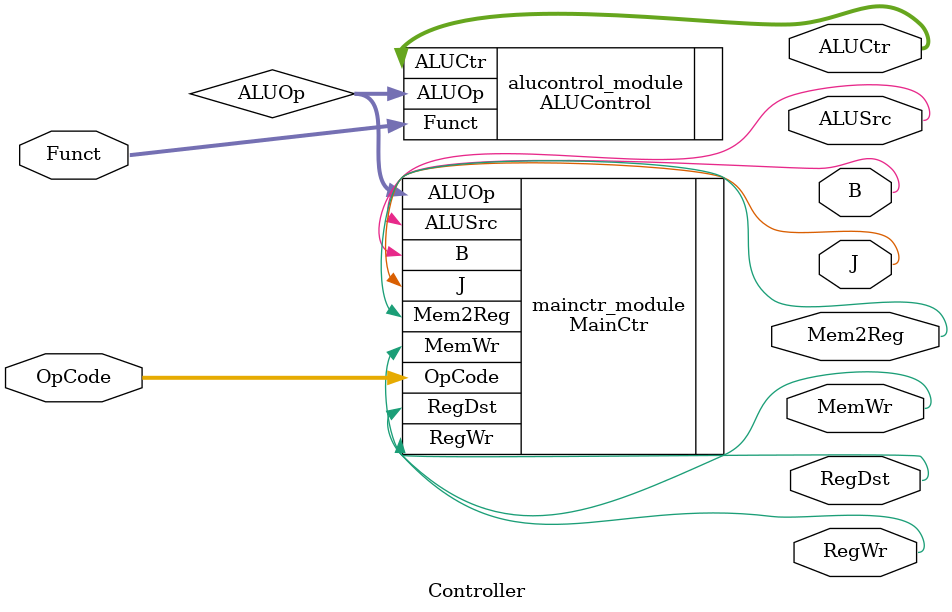
<source format=v>
`timescale 1ns / 1ps


module Controller(
    OpCode,
    Funct,
    J,
    B,
    RegDst,
    RegWr,
    ALUSrc,
    MemWr,
    Mem2Reg,
    ALUCtr
    );
    input [5:0] OpCode;
    input [5:0] Funct;
    output RegDst;
    output RegWr;
    output ALUSrc;
    output MemWr;
    output B;
    output J;
    output [3:0]ALUCtr;
    output Mem2Reg;
    // ALUOp 中间变量
    wire [1:0] ALUOp;

    MainCtr mainctr_module(.OpCode(OpCode), .ALUOp(ALUOp), .RegDst(RegDst), .RegWr(RegWr), .ALUSrc(ALUSrc), .MemWr(MemWr), .B(B), .J(J), .Mem2Reg(Mem2Reg));

    ALUControl alucontrol_module(.ALUOp(ALUOp), .Funct(Funct), .ALUCtr(ALUCtr));




endmodule

</source>
